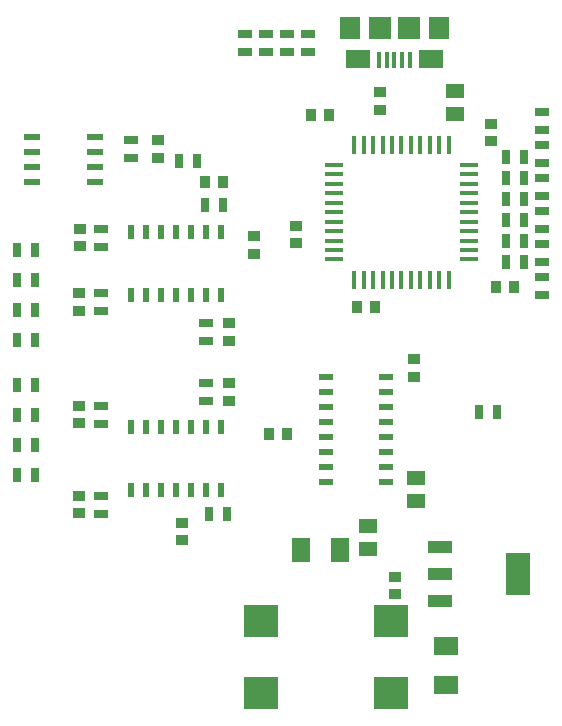
<source format=gbr>
G04 #@! TF.FileFunction,Paste,Top*
%FSLAX46Y46*%
G04 Gerber Fmt 4.6, Leading zero omitted, Abs format (unit mm)*
G04 Created by KiCad (PCBNEW 4.0.4-1.fc24-product) date Wed May 17 20:52:56 2017*
%MOMM*%
%LPD*%
G01*
G04 APERTURE LIST*
%ADD10C,0.100000*%
%ADD11R,0.508000X1.143000*%
%ADD12R,1.143000X0.635000*%
%ADD13R,1.498600X1.300480*%
%ADD14R,1.000760X0.899160*%
%ADD15R,0.899160X1.000760*%
%ADD16R,0.635000X1.143000*%
%ADD17R,1.524000X0.406400*%
%ADD18R,0.406400X1.524000*%
%ADD19R,1.897380X1.897380*%
%ADD20R,1.899920X1.897380*%
%ADD21R,1.795780X1.897380*%
%ADD22R,2.095500X1.597660*%
%ADD23R,0.398780X1.346200*%
%ADD24R,1.399540X0.599440*%
%ADD25R,1.143000X0.508000*%
%ADD26R,2.032000X3.657600*%
%ADD27R,2.032000X1.016000*%
%ADD28R,3.000000X2.700000*%
%ADD29R,1.524000X2.032000*%
%ADD30R,2.032000X1.524000*%
G04 APERTURE END LIST*
D10*
D11*
X100330000Y-88646000D03*
X99060000Y-88646000D03*
X97790000Y-88646000D03*
X96520000Y-88646000D03*
X95250000Y-88646000D03*
X93980000Y-88646000D03*
X92710000Y-88646000D03*
X92710000Y-93980000D03*
X93980000Y-93980000D03*
X95250000Y-93980000D03*
X96520000Y-93980000D03*
X97790000Y-93980000D03*
X99060000Y-93980000D03*
X100330000Y-93980000D03*
D12*
X90170000Y-88392000D03*
X90170000Y-89916000D03*
D13*
X112776000Y-115506500D03*
X112776000Y-113601500D03*
D14*
X103124000Y-90540840D03*
X103124000Y-89037160D03*
D15*
X105907840Y-105791000D03*
X104404160Y-105791000D03*
D14*
X116700000Y-99451160D03*
X116700000Y-100954840D03*
D15*
X98943160Y-84455000D03*
X100446840Y-84455000D03*
D14*
X88265000Y-95366840D03*
X88265000Y-93863160D03*
X100965000Y-102986840D03*
X100965000Y-101483160D03*
X88265000Y-112511840D03*
X88265000Y-111008160D03*
D13*
X116840000Y-111442500D03*
X116840000Y-109537500D03*
D14*
X94996000Y-82412840D03*
X94996000Y-80909160D03*
X88392000Y-88402160D03*
X88392000Y-89905840D03*
X100965000Y-96403160D03*
X100965000Y-97906840D03*
X88265000Y-103388160D03*
X88265000Y-104891840D03*
X97028000Y-113294160D03*
X97028000Y-114797840D03*
D15*
X113351840Y-95000000D03*
X111848160Y-95000000D03*
X123581160Y-93345000D03*
X125084840Y-93345000D03*
D14*
X113800000Y-78351840D03*
X113800000Y-76848160D03*
X106680000Y-88148160D03*
X106680000Y-89651840D03*
X123190000Y-81015840D03*
X123190000Y-79512160D03*
D15*
X107950000Y-78740000D03*
X109453680Y-78740000D03*
D16*
X83058000Y-90170000D03*
X84582000Y-90170000D03*
X83058000Y-95250000D03*
X84582000Y-95250000D03*
X83058000Y-101600000D03*
X84582000Y-101600000D03*
X83058000Y-106680000D03*
X84582000Y-106680000D03*
X98933000Y-86360000D03*
X100457000Y-86360000D03*
D12*
X90170000Y-95377000D03*
X90170000Y-93853000D03*
X99060000Y-102997000D03*
X99060000Y-101473000D03*
X90170000Y-112522000D03*
X90170000Y-110998000D03*
D16*
X83058000Y-92710000D03*
X84582000Y-92710000D03*
X83058000Y-97790000D03*
X84582000Y-97790000D03*
X83058000Y-104140000D03*
X84582000Y-104140000D03*
X83058000Y-109220000D03*
X84582000Y-109220000D03*
X98298000Y-82677000D03*
X96774000Y-82677000D03*
D12*
X92710000Y-82423000D03*
X92710000Y-80899000D03*
X99060000Y-96393000D03*
X99060000Y-97917000D03*
X90170000Y-103378000D03*
X90170000Y-104902000D03*
D16*
X99314000Y-112522000D03*
X100838000Y-112522000D03*
X123698000Y-103886000D03*
X122174000Y-103886000D03*
D17*
X121315000Y-87000000D03*
X121315000Y-86199900D03*
X121315000Y-85399800D03*
X121315000Y-84599700D03*
X121315000Y-83799600D03*
X121315000Y-82999500D03*
X121315000Y-87800100D03*
X121315000Y-88600200D03*
X121315000Y-89400300D03*
X121315000Y-90200400D03*
X121315000Y-91000500D03*
X109885000Y-87000000D03*
X109885000Y-86199900D03*
X109885000Y-85399800D03*
X109885000Y-84599700D03*
X109885000Y-83799600D03*
X109885000Y-82999500D03*
X109885000Y-87800100D03*
X109885000Y-88600200D03*
X109885000Y-89400300D03*
X109885000Y-90200400D03*
X109885000Y-91000500D03*
D18*
X115600000Y-81285000D03*
X115600000Y-92715000D03*
X114799900Y-81285000D03*
X114799900Y-92715000D03*
X113999800Y-92715000D03*
X113999800Y-81285000D03*
X113199700Y-81285000D03*
X113199700Y-92715000D03*
X112399600Y-92715000D03*
X112399600Y-81285000D03*
X111599500Y-81285000D03*
X111599500Y-92715000D03*
X116400100Y-92715000D03*
X116400100Y-81285000D03*
X117200200Y-81285000D03*
X117200200Y-92715000D03*
X118000300Y-92715000D03*
X118000300Y-81285000D03*
X118800400Y-81285000D03*
X118800400Y-92715000D03*
X119600500Y-92715000D03*
X119600500Y-81285000D03*
D19*
X116198880Y-71447800D03*
D20*
X113801120Y-71447800D03*
D21*
X111200160Y-71447800D03*
D22*
X118098800Y-73997960D03*
D23*
X116297940Y-74124960D03*
X115647700Y-74124960D03*
X115000000Y-74124960D03*
X114352300Y-74124960D03*
X113702060Y-74124960D03*
D22*
X111901200Y-73997960D03*
D21*
X118799840Y-71447800D03*
D11*
X100330000Y-105156000D03*
X99060000Y-105156000D03*
X97790000Y-105156000D03*
X96520000Y-105156000D03*
X95250000Y-105156000D03*
X93980000Y-105156000D03*
X92710000Y-105156000D03*
X92710000Y-110490000D03*
X93980000Y-110490000D03*
X95250000Y-110490000D03*
X96520000Y-110490000D03*
X97790000Y-110490000D03*
X99060000Y-110490000D03*
X100330000Y-110490000D03*
D24*
X84328000Y-84455000D03*
X89662000Y-84455000D03*
X84328000Y-83185000D03*
X84328000Y-81915000D03*
X84328000Y-80645000D03*
X89662000Y-83185000D03*
X89662000Y-81915000D03*
X89662000Y-80645000D03*
D25*
X109220000Y-100965000D03*
X109220000Y-102235000D03*
X109220000Y-103505000D03*
X109220000Y-104775000D03*
X109220000Y-106045000D03*
X109220000Y-107315000D03*
X109220000Y-108585000D03*
X109220000Y-109855000D03*
X114300000Y-109855000D03*
X114300000Y-108585000D03*
X114300000Y-107315000D03*
X114300000Y-106045000D03*
X114300000Y-104775000D03*
X114300000Y-103505000D03*
X114300000Y-102235000D03*
X114300000Y-100965000D03*
D26*
X125476000Y-117602000D03*
D27*
X118872000Y-117602000D03*
X118872000Y-119888000D03*
X118872000Y-115316000D03*
D13*
X120142000Y-76771500D03*
X120142000Y-78676500D03*
D12*
X105918000Y-71882000D03*
X105918000Y-73406000D03*
X104140000Y-71882000D03*
X104140000Y-73406000D03*
D16*
X124460000Y-82296000D03*
X125984000Y-82296000D03*
X124460000Y-85852000D03*
X125984000Y-85852000D03*
X124460000Y-89408000D03*
X125984000Y-89408000D03*
X124460000Y-84074000D03*
X125984000Y-84074000D03*
X124460000Y-87630000D03*
X125984000Y-87630000D03*
X124460000Y-91186000D03*
X125984000Y-91186000D03*
D12*
X127508000Y-82804000D03*
X127508000Y-81280000D03*
X127508000Y-86868000D03*
X127508000Y-88392000D03*
X127508000Y-92456000D03*
X127508000Y-93980000D03*
X102362000Y-73406000D03*
X102362000Y-71882000D03*
X127508000Y-80010000D03*
X127508000Y-78486000D03*
X127508000Y-84074000D03*
X127508000Y-85598000D03*
X127508000Y-89662000D03*
X127508000Y-91186000D03*
X107696000Y-73406000D03*
X107696000Y-71882000D03*
D14*
X115062000Y-117866160D03*
X115062000Y-119369840D03*
D28*
X114720000Y-127690000D03*
X103720000Y-127690000D03*
X103720000Y-121590000D03*
X114720000Y-121590000D03*
D29*
X107061000Y-115570000D03*
X110363000Y-115570000D03*
D30*
X119380000Y-127000000D03*
X119380000Y-123698000D03*
M02*

</source>
